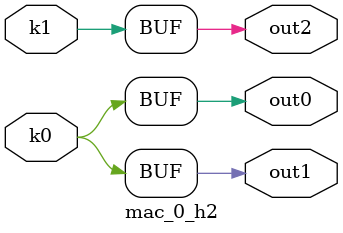
<source format=v>
module mac_0(pi0, pi1, pi2, pi3, pi4, po0, po1, po2);
input pi0, pi1, pi2, pi3, pi4;
output po0, po1, po2;
wire k0, k1;
mac_0_w2 DUT1 (pi0, pi1, pi2, pi3, pi4, k0, k1);
mac_0_h2 DUT2 (k0, k1, po0, po1, po2);
endmodule

module mac_0_w2(in4, in3, in2, in1, in0, k1, k0);
input in4, in3, in2, in1, in0;
output k1, k0;
assign k0 =   in0 ? ((~in4 & ((in3 & (~in2 | in1)) | (~in2 & in1))) | (in3 & ~in2 & in1)) : (((in4 | ~in3) & (~in2 ^ in1)) | (in2 & ~in1 & (~in4 | in3)) | (in4 & ~in3 & in1));
assign k1 =   ((in2 ^ in1) & (~in4 ^ in3)) | ((~in2 ^ in1) & (in4 ^ in3));
endmodule

module mac_0_h2(k1, k0, out2, out1, out0);
input k1, k0;
output out2, out1, out0;
assign out0 = k0;
assign out1 = k0;
assign out2 = k1;
endmodule

</source>
